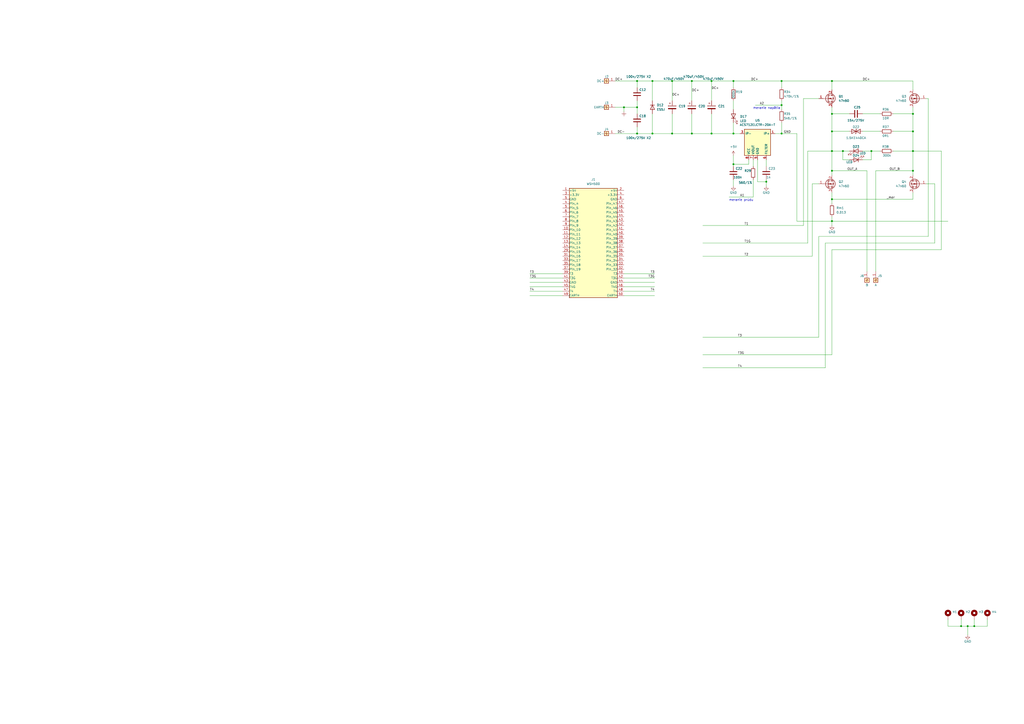
<source format=kicad_sch>
(kicad_sch (version 20250114) (generator "eeschema") (generator_version "9.0")
  (paper "A2")
  (lib_symbols
    (symbol "C_1" (pin_numbers (hide yes)) (pin_names (offset 0.254))
      (property "Reference" "C" (at 0.635 2.54 0))
      (property "Value" "C_1" (at 0.635 -2.54 0))
      (symbol "C_1_0_1"
        (polyline (pts (xy -2.032 0.762) (xy 2.032 0.762)) (stroke (width 0.508)))
        (polyline (pts (xy -2.032 -0.762) (xy 2.032 -0.762)) (stroke (width 0.508)))
      )
      (symbol "C_1_1_1"
        (pin passive line (at 0 3.81 270) (length 2.794) (name "~") (number "1"))
        (pin passive line (at 0 -3.81 90) (length 2.794) (name "~") (number "2"))
      )
    )
    (symbol "D_1" (pin_numbers (hide yes))
      (property "Reference" "D" (at 0 2.54 0))
      (property "Value" "D_1" (at 0 -2.54 0))
      (symbol "D_1_0_1"
        (polyline (pts (xy -1.27 1.27) (xy -1.27 -1.27)) (stroke (width 0.254)))
        (polyline (pts (xy 1.27 1.27) (xy 1.27 -1.27) (xy -1.27 0) (xy 1.27 1.27)) (stroke (width 0.254)))
        (polyline (pts (xy 1.27 0) (xy -1.27 0)))
      )
      (symbol "D_1_1_1"
        (pin passive line (at -3.81 0 0) (length 2.54) (name "") (number "1"))
        (pin passive line (at 3.81 0 180) (length 2.54) (name "") (number "2"))
      )
    )
    (symbol "Device:C" (pin_numbers (hide yes)) (pin_names (offset 0.254))
      (property "Reference" "C" (at 0.635 2.54 0))
      (property "Value" "C" (at 0.635 -2.54 0))
      (symbol "C_0_1"
        (polyline (pts (xy -2.032 0.762) (xy 2.032 0.762)) (stroke (width 0.508)))
        (polyline (pts (xy -2.032 -0.762) (xy 2.032 -0.762)) (stroke (width 0.508)))
      )
      (symbol "C_1_1"
        (pin passive line (at 0 3.81 270) (length 2.794) (name "~") (number "1"))
        (pin passive line (at 0 -3.81 90) (length 2.794) (name "~") (number "2"))
      )
    )
    (symbol "Device:R" (pin_numbers (hide yes)) (pin_names (offset 0))
      (property "Reference" "R" (at 2.032 0 90))
      (property "Value" "R" (at 0 0 90))
      (symbol "R_0_1"
        (rectangle (start -1.016 -2.54) (end 1.016 2.54) (stroke (width 0.254)))
      )
      (symbol "R_1_1"
        (pin passive line (at 0 3.81 270) (length 1.27) (name "~") (number "1"))
        (pin passive line (at 0 -3.81 90) (length 1.27) (name "~") (number "2"))
      )
    )
    (symbol "Diode:1.5KExxCA" (pin_numbers (hide yes)) (pin_names (offset 1.016) (hide yes))
      (property "Reference" "D" (at 0 2.54 0))
      (property "Value" "1.5KExxCA" (at 0 -2.54 0))
      (symbol "1.5KExxCA_0_1"
        (polyline (pts (xy -2.54 -1.27) (xy 0 0) (xy -2.54 1.27) (xy -2.54 -1.27)) (stroke (width 0.254)))
        (polyline (pts (xy 0.508 1.27) (xy 0 1.27) (xy 0 -1.27) (xy -0.508 -1.27)) (stroke (width 0.254)))
        (polyline (pts (xy 1.27 0) (xy -1.27 0)))
        (polyline (pts (xy 2.54 1.27) (xy 2.54 -1.27) (xy 0 0) (xy 2.54 1.27)) (stroke (width 0.254)))
      )
      (symbol "1.5KExxCA_1_1"
        (pin passive line (at -3.81 0 0) (length 2.54) (name "A1") (number "1"))
        (pin passive line (at 3.81 0 180) (length 2.54) (name "A2") (number "2"))
      )
    )
    (symbol "Mechanical:MountingHole_Pad" (pin_numbers (hide yes)) (pin_names (offset 1.016) (hide yes)) (in_bom no)
      (property "Reference" "H" (at 0 6.35 0))
      (property "Value" "MountingHole_Pad" (at 0 4.445 0))
      (symbol "MountingHole_Pad_0_1"
        (circle (center 0 1.27) (radius 1.27) (stroke (width 1.27)))
      )
      (symbol "MountingHole_Pad_1_1"
        (pin input line (at 0 -2.54 90) (length 2.54) (name "1") (number "1"))
      )
    )
    (symbol "R_1" (pin_numbers (hide yes)) (pin_names (offset 0))
      (property "Reference" "R" (at 2.032 0 90))
      (property "Value" "R_1" (at 0 0 90))
      (symbol "R_1_0_1"
        (rectangle (start -1.016 -2.54) (end 1.016 2.54) (stroke (width 0.254)))
      )
      (symbol "R_1_1_1"
        (pin passive line (at 0 3.81 270) (length 1.27) (name "~") (number "1"))
        (pin passive line (at 0 -3.81 90) (length 1.27) (name "~") (number "2"))
      )
    )
    (symbol "Transistor_FET:C2M0040120D" (pin_names (hide yes))
      (property "Reference" "Q" (at 5.08 1.905 0))
      (property "Value" "C2M0040120D" (at 5.08 0 0))
      (symbol "C2M0040120D_0_1"
        (polyline (pts (xy 0.254 1.905) (xy 0.254 -1.905)) (stroke (width 0.254)))
        (polyline (pts (xy 0.254 0) (xy -2.54 0)))
        (polyline (pts (xy 0.762 2.286) (xy 0.762 1.27)) (stroke (width 0.254)))
        (polyline (pts (xy 0.762 0.508) (xy 0.762 -0.508)) (stroke (width 0.254)))
        (polyline (pts (xy 0.762 -1.27) (xy 0.762 -2.286)) (stroke (width 0.254)))
        (polyline (pts (xy 0.762 -1.778) (xy 3.302 -1.778) (xy 3.302 1.778) (xy 0.762 1.778)))
        (polyline (pts (xy 1.016 0) (xy 2.032 0.381) (xy 2.032 -0.381) (xy 1.016 0)) (fill (type outline)))
        (circle (center 1.651 0) (radius 2.794) (stroke (width 0.254)))
        (polyline (pts (xy 2.54 2.54) (xy 2.54 1.778)))
        (circle (center 2.54 1.778) (radius 0.254) (fill (type outline)))
        (circle (center 2.54 -1.778) (radius 0.254) (fill (type outline)))
        (polyline (pts (xy 2.54 -2.54) (xy 2.54 0) (xy 0.762 0)))
        (polyline (pts (xy 2.794 0.508) (xy 2.921 0.381) (xy 3.683 0.381) (xy 3.81 0.254)))
        (polyline (pts (xy 3.302 0.381) (xy 2.921 -0.254) (xy 3.683 -0.254) (xy 3.302 0.381)))
      )
      (symbol "C2M0040120D_1_1"
        (pin input line (at -5.08 0 0) (length 2.54) (name "G") (number "1"))
        (pin passive line (at 2.54 5.08 270) (length 2.54) (name "D") (number "2"))
        (pin passive line (at 2.54 -5.08 90) (length 2.54) (name "S") (number "3"))
      )
    )
    (symbol "fabrika_lib:7796_KEYSTONE" (pin_names (offset 1.016) (hide yes))
      (property "Reference" "J" (at 0 2.54 0))
      (property "Value" "7796_KEYSTONE" (at 0 -2.54 0))
      (property "TME" "KEYS7796" (at 0 0 0))
      (symbol "7796_KEYSTONE_1_1"
        (rectangle (start -1.27 1.27) (end 1.27 -1.27) (stroke (width 0.254)) (fill (type background)))
        (polyline (pts (xy -0.5334 0.3302) (xy 0.3302 -0.508)) (stroke (width 0.1524)))
        (polyline (pts (xy -0.3556 0.508) (xy 0.508 -0.3302)) (stroke (width 0.1524)))
        (circle (center 0 0) (radius 0.635) (stroke (width 0.1524)))
        (pin passive line (at -5.08 0 0) (length 3.81) (name "Pin_1") (number "1"))
      )
    )
    (symbol "fabrika_lib:ACS712"
      (property "Reference" "U" (at -6.35 8.89 0))
      (property "Value" "ACS712" (at 0 1.27 0))
      (symbol "ACS712_0_1"
        (rectangle (start -7.62 7.62) (end 7.62 -7.62) (stroke (width 0.254)) (fill (type background)))
      )
      (symbol "ACS712_1_1"
        (pin passive line (at -10.16 5.08 0) (length 2.54) (name "IP-") (number "3"))
        (pin passive line (at -10.16 5.08 0) (length 2.54) (hide yes) (name "IP-") (number "4"))
        (pin power_in line (at -5.08 -10.16 90) (length 2.54) (name "VCC") (number "8"))
        (pin output line (at -2.54 -10.16 90) (length 2.54) (name "VIOUT") (number "7"))
        (pin power_in line (at 0 -10.16 90) (length 2.54) (name "GND") (number "5"))
        (pin passive line (at 5.08 -10.16 90) (length 2.54) (name "FILTER") (number "6"))
        (pin passive line (at 10.16 5.08 180) (length 2.54) (name "IP+") (number "1"))
        (pin passive line (at 10.16 5.08 180) (length 2.54) (hide yes) (name "IP+") (number "2"))
      )
    )
    (symbol "fabrika_lib:C" (pin_numbers (hide yes)) (pin_names (offset 0.254))
      (property "Reference" "C" (at 0.635 2.54 0))
      (property "Value" "C" (at 0.635 -2.54 0))
      (symbol "C_0_1"
        (polyline (pts (xy -2.032 0.762) (xy 2.032 0.762)) (stroke (width 0.508)))
        (polyline (pts (xy -2.032 -0.762) (xy 2.032 -0.762)) (stroke (width 0.508)))
      )
      (symbol "C_1_1"
        (pin passive line (at 0 3.81 270) (length 2.794) (name "~") (number "1"))
        (pin passive line (at 0 -3.81 90) (length 2.794) (name "~") (number "2"))
      )
    )
    (symbol "fabrika_lib:LED" (pin_numbers (hide yes)) (pin_names (offset 1.016) (hide yes))
      (property "Reference" "D" (at 0 2.54 0))
      (property "Value" "LED" (at 0 -2.54 0))
      (symbol "LED_0_1"
        (polyline (pts (xy -3.048 -0.762) (xy -4.572 -2.286) (xy -3.81 -2.286) (xy -4.572 -2.286) (xy -4.572 -1.524)))
        (polyline (pts (xy -1.778 -0.762) (xy -3.302 -2.286) (xy -2.54 -2.286) (xy -3.302 -2.286) (xy -3.302 -1.524)))
        (polyline (pts (xy -1.27 0) (xy 1.27 0)))
        (polyline (pts (xy -1.27 -1.27) (xy -1.27 1.27)) (stroke (width 0.254)))
        (polyline (pts (xy 1.27 -1.27) (xy 1.27 1.27) (xy -1.27 0) (xy 1.27 -1.27)) (stroke (width 0.254)))
      )
      (symbol "LED_1_1"
        (pin passive line (at -3.81 0 0) (length 2.54) (name "K") (number "1"))
        (pin passive line (at 3.81 0 180) (length 2.54) (name "A") (number "2"))
      )
    )
    (symbol "fabrika_lib:R" (pin_numbers (hide yes)) (pin_names (offset 0))
      (property "Reference" "R" (at 2.032 0 90))
      (property "Value" "R" (at 0 0 90))
      (symbol "R_0_1"
        (rectangle (start -1.016 -2.54) (end 1.016 2.54) (stroke (width 0.254)))
      )
      (symbol "R_1_1"
        (pin passive line (at 0 3.81 270) (length 1.27) (name "~") (number "1"))
        (pin passive line (at 0 -3.81 90) (length 1.27) (name "~") (number "2"))
      )
    )
    (symbol "fabrika_lib:WE_861011486024" (pin_numbers (hide yes)) (pin_names (offset 0.254))
      (property "Reference" "C" (at 1.905 2.54 0))
      (property "Value" "470uF/450V" (at 1.905 -3.175 0))
      (symbol "WE_861011486024_0_1"
        (rectangle (start -2.286 0.508) (end 2.286 1.016))
        (polyline (pts (xy -1.778 2.286) (xy -0.762 2.286)))
        (polyline (pts (xy -1.27 2.794) (xy -1.27 1.778)))
        (rectangle (start 2.286 -0.508) (end -2.286 -1.016) (fill (type outline)))
      )
      (symbol "WE_861011486024_1_1"
        (pin passive line (at 0 3.81 270) (length 2.794) (name "~") (number "1"))
        (pin passive line (at 0 -3.81 90) (length 2.794) (name "~") (number "2"))
      )
    )
    (symbol "power:+5V" (power) (pin_names (offset 0))
      (property "Value" "+5V" (at 0 3.556 0))
      (symbol "+5V_0_1"
        (polyline (pts (xy -0.762 1.27) (xy 0 2.54)))
        (polyline (pts (xy 0 2.54) (xy 0.762 1.27)))
        (polyline (pts (xy 0 0) (xy 0 2.54)))
      )
      (symbol "+5V_1_1"
        (pin power_in line (at 0 0 90) (length 0) (hide yes) (name "+5V") (number "1"))
      )
    )
    (symbol "power:Earth" (power) (pin_names (offset 0))
      (symbol "Earth_0_1"
        (polyline (pts (xy -0.635 -1.905) (xy 0.635 -1.905)))
        (polyline (pts (xy -0.127 -2.54) (xy 0.127 -2.54)))
        (polyline (pts (xy 0 -1.27) (xy 0 0)))
        (polyline (pts (xy 1.27 -1.27) (xy -1.27 -1.27)))
      )
      (symbol "Earth_1_1"
        (pin power_in line (at 0 0 270) (length 0) (hide yes) (name "Earth") (number "1"))
      )
    )
    (symbol "power:GND" (power) (pin_names (offset 0))
      (property "Value" "GND" (at 0 -3.81 0))
      (symbol "GND_0_1"
        (polyline (pts (xy 0 0) (xy 0 -1.27) (xy 1.27 -1.27) (xy 0 -2.54) (xy -1.27 -1.27) (xy 0 -1.27)))
      )
      (symbol "GND_1_1"
        (pin power_in line (at 0 0 270) (length 0) (hide yes) (name "GND") (number "1"))
      )
    )
    (symbol "zvt:WSH500" (pin_names (offset 0.0254))
      (property "Reference" "J" (at 0 33.02 0))
      (property "Value" "WSH500" (at 1.27 -33.02 0))
      (symbol "WSH500_1_1"
        (rectangle (start -12.7 31.75) (end 15.24 -31.75) (stroke (width 0.254)) (fill (type background)))
        (pin power_in line (at -16.51 30.48 0) (length 3.81) (name "+5V") (number "1"))
        (pin power_out line (at -16.51 27.94 0) (length 3.81) (name "+3.3V") (number "3"))
        (pin power_in line (at -16.51 25.4 0) (length 3.81) (name "GND") (number "5"))
        (pin passive line (at -16.51 22.86 0) (length 3.81) (name "Pin_4") (number "4"))
        (pin passive line (at -16.51 20.32 0) (length 3.81) (name "Pin_5") (number "5"))
        (pin passive line (at -16.51 17.78 0) (length 3.81) (name "Pin_6") (number "6"))
        (pin passive line (at -16.51 15.24 0) (length 3.81) (name "Pin_7") (number "7"))
        (pin passive line (at -16.51 12.7 0) (length 3.81) (name "Pin_8") (number "8"))
        (pin passive line (at -16.51 10.16 0) (length 3.81) (name "Pin_9") (number "9"))
        (pin passive line (at -16.51 7.62 0) (length 3.81) (name "Pin_10") (number "10"))
        (pin passive line (at -16.51 5.08 0) (length 3.81) (name "Pin_11") (number "11"))
        (pin passive line (at -16.51 2.54 0) (length 3.81) (name "Pin_12") (number "12"))
        (pin passive line (at -16.51 0 0) (length 3.81) (name "Pin_13") (number "13"))
        (pin passive line (at -16.51 -2.54 0) (length 3.81) (name "Pin_14") (number "14"))
        (pin passive line (at -16.51 -5.08 0) (length 3.81) (name "Pin_15") (number "29"))
        (pin passive line (at -16.51 -7.62 0) (length 3.81) (name "Pin_16") (number "31"))
        (pin passive line (at -16.51 -10.16 0) (length 3.81) (name "Pin_17") (number "33"))
        (pin passive line (at -16.51 -12.7 0) (length 3.81) (name "Pin_18") (number "35"))
        (pin passive line (at -16.51 -15.24 0) (length 3.81) (name "Pin_19") (number "37"))
        (pin passive line (at -16.51 -17.78 0) (length 3.81) (name "T3") (number "39"))
        (pin output line (at -16.51 -20.32 0) (length 3.81) (name "T3G") (number "41"))
        (pin power_in line (at -16.51 -22.86 0) (length 3.81) (name "GND") (number "43"))
        (pin output line (at -16.51 -25.4 0) (length 3.81) (name "T4G") (number "45"))
        (pin output line (at -16.51 -27.94 0) (length 3.81) (name "T4") (number "47"))
        (pin passive line (at -16.51 -30.48 0) (length 3.81) (name "EARTH") (number "49"))
        (pin power_in line (at 19.05 30.48 180) (length 3.81) (name "+5V") (number "2"))
        (pin passive line (at 19.05 27.94 180) (length 3.81) (name "+3.3V") (number "4"))
        (pin power_in line (at 19.05 25.4 180) (length 3.81) (name "GND") (number "6"))
        (pin passive line (at 19.05 22.86 180) (length 3.81) (name "Pin_47") (number "47"))
        (pin passive line (at 19.05 20.32 180) (length 3.81) (name "Pin_46") (number "46"))
        (pin passive line (at 19.05 17.78 180) (length 3.81) (name "Pin_45") (number "45"))
        (pin passive line (at 19.05 15.24 180) (length 3.81) (name "Pin_44") (number "44"))
        (pin passive line (at 19.05 12.7 180) (length 3.81) (name "Pin_43") (number "43"))
        (pin passive line (at 19.05 10.16 180) (length 3.81) (name "Pin_42") (number "42"))
        (pin passive line (at 19.05 7.62 180) (length 3.81) (name "Pin_41") (number "41"))
        (pin passive line (at 19.05 5.08 180) (length 3.81) (name "Pin_40") (number "40"))
        (pin passive line (at 19.05 2.54 180) (length 3.81) (name "Pin_39") (number "39"))
        (pin passive line (at 19.05 0 180) (length 3.81) (name "Pin_38") (number "38"))
        (pin passive line (at 19.05 -2.54 180) (length 3.81) (name "Pin_37") (number "37"))
        (pin passive line (at 19.05 -5.08 180) (length 3.81) (name "Pin_36") (number "36"))
        (pin passive line (at 19.05 -7.62 180) (length 3.81) (name "Pin_35") (number "35"))
        (pin passive line (at 19.05 -10.16 180) (length 3.81) (name "Pin_34") (number "34"))
        (pin passive line (at 19.05 -12.7 180) (length 3.81) (name "Pin_33") (number "33"))
        (pin passive line (at 19.05 -15.24 180) (length 3.81) (name "Pin_32") (number "32"))
        (pin passive line (at 19.05 -17.78 180) (length 3.81) (name "T3") (number "40"))
        (pin passive line (at 19.05 -20.32 180) (length 3.81) (name "T3G") (number "42"))
        (pin passive line (at 19.05 -22.86 180) (length 3.81) (name "GND") (number "44"))
        (pin passive line (at 19.05 -25.4 180) (length 3.81) (name "T4G") (number "46"))
        (pin output line (at 19.05 -27.94 180) (length 3.81) (name "T4") (number "48"))
        (pin passive line (at 19.05 -30.48 180) (length 3.81) (name "EARTH") (number "50"))
      )
    )
  )
  (text "meranie napätia" (at 436.88 63.5 0) (effects (font (size 1.27 1.27)) (justify left bottom)))
  (text "meranie prúdu" (at 422.91 116.84 0) (effects (font (size 1.27 1.27)) (justify left bottom)))
  (junction (at 425.45 46.99))
  (junction (at 412.75 46.99))
  (junction (at 488.95 87.63))
  (junction (at 425.45 95.25))
  (junction (at 444.5 105.41))
  (junction (at 453.39 77.47))
  (junction (at 453.39 60.96))
  (junction (at 565.15 363.22))
  (junction (at 529.59 76.2))
  (junction (at 482.6 76.2))
  (junction (at 369.57 77.47))
  (junction (at 378.46 77.47))
  (junction (at 425.45 77.47))
  (junction (at 389.89 77.47))
  (junction (at 529.59 99.06))
  (junction (at 561.34 363.22))
  (junction (at 505.46 87.63))
  (junction (at 529.59 87.63))
  (junction (at 361.95 62.23))
  (junction (at 401.32 46.99))
  (junction (at 369.57 62.23))
  (junction (at 482.6 66.04))
  (junction (at 369.57 46.99))
  (junction (at 482.6 115.57))
  (junction (at 482.6 46.99))
  (junction (at 389.89 46.99))
  (junction (at 529.59 66.04))
  (junction (at 482.6 128.27))
  (junction (at 453.39 46.99))
  (junction (at 482.6 87.63))
  (junction (at 482.6 99.06))
  (junction (at 557.53 363.22))
  (junction (at 412.75 77.47))
  (junction (at 401.32 77.47))
  (junction (at 378.46 46.99))
  (wire (pts (xy 439.42 105.41) (xy 444.5 105.41)))
  (wire (pts (xy 369.57 62.23) (xy 369.57 66.04)))
  (wire (pts (xy 529.59 111.76) (xy 529.59 115.57)))
  (wire (pts (xy 378.46 46.99) (xy 378.46 58.42)))
  (wire (pts (xy 468.63 87.63) (xy 482.6 87.63)))
  (wire (pts (xy 508 99.06) (xy 529.59 99.06)))
  (wire (pts (xy 505.46 87.63) (xy 505.46 92.71)))
  (wire (pts (xy 482.6 99.06) (xy 502.92 99.06)))
  (wire (pts (xy 453.39 77.47) (xy 462.28 77.47)))
  (wire (pts (xy 389.89 66.04) (xy 389.89 77.47)))
  (wire (pts (xy 425.45 46.99) (xy 453.39 46.99)))
  (wire (pts (xy 361.95 62.23) (xy 369.57 62.23)))
  (wire (pts (xy 356.87 77.47) (xy 369.57 77.47)))
  (wire (pts (xy 518.16 76.2) (xy 529.59 76.2)))
  (wire (pts (xy 466.09 130.81) (xy 466.09 57.15)))
  (wire (pts (xy 422.91 114.3) (xy 436.88 114.3)))
  (wire (pts (xy 438.15 60.96) (xy 453.39 60.96)))
  (wire (pts (xy 356.87 46.99) (xy 369.57 46.99)))
  (wire (pts (xy 378.46 77.47) (xy 378.46 66.04)))
  (wire (pts (xy 389.89 46.99) (xy 401.32 46.99)))
  (wire (pts (xy 412.75 46.99) (xy 412.75 58.42)))
  (wire (pts (xy 444.5 104.14) (xy 444.5 105.41)))
  (wire (pts (xy 529.59 87.63) (xy 529.59 99.06)))
  (wire (pts (xy 425.45 46.99) (xy 425.45 50.8)))
  (wire (pts (xy 412.75 46.99) (xy 425.45 46.99)))
  (wire (pts (xy 557.53 363.22) (xy 561.34 363.22)))
  (wire (pts (xy 474.98 137.16) (xy 538.48 137.16)))
  (wire (pts (xy 546.1 87.63) (xy 529.59 87.63)))
  (wire (pts (xy 453.39 46.99) (xy 453.39 50.8)))
  (wire (pts (xy 425.45 95.25) (xy 425.45 96.52)))
  (wire (pts (xy 407.67 195.58) (xy 474.98 195.58)))
  (wire (pts (xy 361.95 62.23) (xy 361.95 64.77)))
  (wire (pts (xy 482.6 128.27) (xy 482.6 130.81)))
  (wire (pts (xy 529.59 46.99) (xy 529.59 52.07)))
  (wire (pts (xy 518.16 66.04) (xy 529.59 66.04)))
  (wire (pts (xy 401.32 46.99) (xy 401.32 58.42)))
  (wire (pts (xy 492.76 92.71) (xy 488.95 92.71)))
  (wire (pts (xy 389.89 46.99) (xy 389.89 58.42)))
  (wire (pts (xy 565.15 363.22) (xy 572.77 363.22)))
  (wire (pts (xy 546.1 144.78) (xy 546.1 87.63)))
  (wire (pts (xy 307.34 161.29) (xy 326.39 161.29)))
  (wire (pts (xy 425.45 77.47) (xy 429.26 77.47)))
  (wire (pts (xy 425.45 71.12) (xy 425.45 77.47)))
  (wire (pts (xy 412.75 77.47) (xy 401.32 77.47)))
  (wire (pts (xy 361.95 158.75) (xy 379.73 158.75)))
  (wire (pts (xy 529.59 66.04) (xy 529.59 76.2)))
  (wire (pts (xy 444.5 92.71) (xy 444.5 96.52)))
  (wire (pts (xy 482.6 99.06) (xy 482.6 101.6)))
  (wire (pts (xy 356.87 62.23) (xy 361.95 62.23)))
  (wire (pts (xy 482.6 125.73) (xy 482.6 128.27)))
  (wire (pts (xy 436.88 104.14) (xy 436.88 114.3)))
  (wire (pts (xy 369.57 46.99) (xy 369.57 50.8)))
  (wire (pts (xy 482.6 87.63) (xy 482.6 99.06)))
  (wire (pts (xy 482.6 76.2) (xy 492.76 76.2)))
  (wire (pts (xy 508 157.48) (xy 508 99.06)))
  (wire (pts (xy 542.29 106.68) (xy 537.21 106.68)))
  (wire (pts (xy 500.38 92.71) (xy 505.46 92.71)))
  (wire (pts (xy 307.34 163.83) (xy 326.39 163.83)))
  (wire (pts (xy 529.59 62.23) (xy 529.59 66.04)))
  (wire (pts (xy 434.34 92.71) (xy 434.34 95.25)))
  (wire (pts (xy 561.34 363.22) (xy 565.15 363.22)))
  (wire (pts (xy 453.39 46.99) (xy 482.6 46.99)))
  (wire (pts (xy 482.6 115.57) (xy 529.59 115.57)))
  (wire (pts (xy 307.34 166.37) (xy 326.39 166.37)))
  (wire (pts (xy 482.6 128.27) (xy 549.91 128.27)))
  (wire (pts (xy 474.98 195.58) (xy 474.98 137.16)))
  (wire (pts (xy 401.32 46.99) (xy 412.75 46.99)))
  (wire (pts (xy 478.79 213.36) (xy 478.79 140.97)))
  (wire (pts (xy 361.95 161.29) (xy 379.73 161.29)))
  (wire (pts (xy 462.28 128.27) (xy 482.6 128.27)))
  (wire (pts (xy 361.95 171.45) (xy 379.73 171.45)))
  (wire (pts (xy 449.58 77.47) (xy 453.39 77.47)))
  (wire (pts (xy 518.16 87.63) (xy 529.59 87.63)))
  (wire (pts (xy 529.59 99.06) (xy 529.59 101.6)))
  (wire (pts (xy 488.95 87.63) (xy 492.76 87.63)))
  (wire (pts (xy 557.53 359.41) (xy 557.53 363.22)))
  (wire (pts (xy 369.57 58.42) (xy 369.57 62.23)))
  (wire (pts (xy 468.63 140.97) (xy 468.63 87.63)))
  (wire (pts (xy 505.46 87.63) (xy 510.54 87.63)))
  (wire (pts (xy 478.79 140.97) (xy 542.29 140.97)))
  (wire (pts (xy 482.6 87.63) (xy 488.95 87.63)))
  (wire (pts (xy 471.17 106.68) (xy 474.98 106.68)))
  (wire (pts (xy 307.34 158.75) (xy 326.39 158.75)))
  (wire (pts (xy 361.95 163.83) (xy 379.73 163.83)))
  (wire (pts (xy 434.34 95.25) (xy 425.45 95.25)))
  (wire (pts (xy 369.57 46.99) (xy 378.46 46.99)))
  (wire (pts (xy 482.6 115.57) (xy 482.6 118.11)))
  (wire (pts (xy 401.32 77.47) (xy 389.89 77.47)))
  (wire (pts (xy 500.38 76.2) (xy 510.54 76.2)))
  (wire (pts (xy 500.38 87.63) (xy 505.46 87.63)))
  (wire (pts (xy 482.6 62.23) (xy 482.6 66.04)))
  (wire (pts (xy 369.57 73.66) (xy 369.57 77.47)))
  (wire (pts (xy 412.75 66.04) (xy 412.75 77.47)))
  (wire (pts (xy 425.45 90.17) (xy 425.45 95.25)))
  (wire (pts (xy 482.6 66.04) (xy 482.6 76.2)))
  (wire (pts (xy 407.67 205.74) (xy 482.6 205.74)))
  (wire (pts (xy 482.6 46.99) (xy 529.59 46.99)))
  (wire (pts (xy 453.39 77.47) (xy 453.39 71.12)))
  (wire (pts (xy 453.39 60.96) (xy 453.39 63.5)))
  (wire (pts (xy 538.48 137.16) (xy 538.48 57.15)))
  (wire (pts (xy 378.46 46.99) (xy 389.89 46.99)))
  (wire (pts (xy 500.38 66.04) (xy 510.54 66.04)))
  (wire (pts (xy 482.6 76.2) (xy 482.6 87.63)))
  (wire (pts (xy 482.6 66.04) (xy 492.76 66.04)))
  (wire (pts (xy 425.45 104.14) (xy 425.45 107.95)))
  (wire (pts (xy 529.59 76.2) (xy 529.59 87.63)))
  (wire (pts (xy 538.48 57.15) (xy 537.21 57.15)))
  (wire (pts (xy 482.6 205.74) (xy 482.6 144.78)))
  (wire (pts (xy 412.75 77.47) (xy 425.45 77.47)))
  (wire (pts (xy 549.91 363.22) (xy 557.53 363.22)))
  (wire (pts (xy 407.67 140.97) (xy 468.63 140.97)))
  (wire (pts (xy 307.34 171.45) (xy 326.39 171.45)))
  (wire (pts (xy 462.28 77.47) (xy 462.28 128.27)))
  (wire (pts (xy 488.95 92.71) (xy 488.95 87.63)))
  (wire (pts (xy 307.34 168.91) (xy 326.39 168.91)))
  (wire (pts (xy 361.95 168.91) (xy 379.73 168.91)))
  (wire (pts (xy 378.46 77.47) (xy 389.89 77.47)))
  (wire (pts (xy 361.95 166.37) (xy 379.73 166.37)))
  (wire (pts (xy 439.42 92.71) (xy 439.42 105.41)))
  (wire (pts (xy 407.67 213.36) (xy 478.79 213.36)))
  (wire (pts (xy 471.17 148.59) (xy 471.17 106.68)))
  (wire (pts (xy 466.09 57.15) (xy 474.98 57.15)))
  (wire (pts (xy 482.6 144.78) (xy 546.1 144.78)))
  (wire (pts (xy 425.45 58.42) (xy 425.45 63.5)))
  (wire (pts (xy 561.34 363.22) (xy 561.34 368.3)))
  (wire (pts (xy 572.77 363.22) (xy 572.77 359.41)))
  (wire (pts (xy 482.6 46.99) (xy 482.6 52.07)))
  (wire (pts (xy 444.5 105.41) (xy 444.5 107.95)))
  (wire (pts (xy 407.67 130.81) (xy 466.09 130.81)))
  (wire (pts (xy 542.29 140.97) (xy 542.29 106.68)))
  (wire (pts (xy 401.32 66.04) (xy 401.32 77.47)))
  (wire (pts (xy 436.88 92.71) (xy 436.88 96.52)))
  (wire (pts (xy 453.39 58.42) (xy 453.39 60.96)))
  (wire (pts (xy 565.15 359.41) (xy 565.15 363.22)))
  (wire (pts (xy 407.67 148.59) (xy 471.17 148.59)))
  (wire (pts (xy 369.57 77.47) (xy 378.46 77.47)))
  (wire (pts (xy 502.92 157.48) (xy 502.92 99.06)))
  (wire (pts (xy 549.91 359.41) (xy 549.91 363.22)))
  (wire (pts (xy 482.6 111.76) (xy 482.6 115.57)))
  (label "T4" (at 379.73 168.91 180))
  (label "T3" (at 427.99 195.58 0))
  (label "DC+" (at 389.89 55.88 0))
  (label "T3" (at 307.34 158.75 0))
  (label "T3" (at 379.73 158.75 180))
  (label "T3G" (at 307.34 161.29 0))
  (label "GND" (at 454.66 77.47 0))
  (label "T1G" (at 431.8 140.97 0))
  (label "T4" (at 427.99 213.36 0))
  (label "DC+" (at 401.32 53.34 0))
  (label "DC+" (at 356.87 46.99 0))
  (label "OUT_B" (at 521.97 99.06 180))
  (label "DC+" (at 412.75 52.07 0))
  (label "T3G" (at 379.73 161.29 180))
  (label "OUT_A" (at 491.49 99.06 0))
  (label "T2" (at 431.8 148.59 0))
  (label "DC-" (at 358.14 77.47 0))
  (label "T4" (at 307.34 168.91 0))
  (label "A1" (at 429.26 114.3 0))
  (label "DC+" (at 500.38 46.99 0))
  (label "T1" (at 431.8 130.81 0))
  (label "DC+" (at 435.61 46.99 0))
  (label "T3G" (at 427.99 205.74 0))
  (label "_mer" (at 514.35 115.57 0))
  (label "A2" (at 440.69 60.96 0))
  (symbol (lib_id "fabrika_lib:LED") (at 496.57 87.63 0) (unit 1)
    (property "Reference" "D23" (at 496.57 85.09 0))
    (property "Value" "LED" (at 500.38 88.9 0))
    (property "Footprint" "LED_SMD:LED_0805_2012Metric" (effects (hide yes)))
    (property "LSCS" "C188728" (effects (hide yes)))
    (property "TME" "HSMG-C170" (effects (hide yes)))
  )
  (symbol (lib_name "D_1") (lib_id "fabrika_lib:D") (at 378.46 62.23 270) (unit 1)
    (property "Reference" "D12" (at 381 60.9599 90) (effects (justify left)))
    (property "Value" "ES5J" (at 381 63.4999 90) (effects (justify left)))
    (property "Footprint" "Diode_SMD:D_SMB" (effects (hide yes)))
    (property "LSCS" "C571358" (effects (hide yes)))
  )
  (symbol (lib_id "power:GND") (at 561.34 368.3 0) (unit 1)
    (property "Reference" "#PWR04" (effects (hide yes)))
    (property "Value" "GND" (at 561.34 372.11 0))
    (property "Description" "Power symbol creates a global label with name \"GND\" , ground" (effects (hide yes)))
  )
  (symbol (lib_id "Transistor_FET:C2M0040120D") (at 480.06 106.68 0) (unit 1)
    (property "Reference" "Q2" (at 486.41 105.4099 0) (effects (justify left)))
    (property "Value" "47n60" (at 486.41 107.9499 0) (effects (justify left)))
    (property "Footprint" "fab_T:TO-247-3_Horizontal_TabDown_Cut" (effects (hide yes)))
  )
  (symbol (lib_id "power:GND") (at 425.45 107.95 0) (unit 1)
    (property "Reference" "#PWR014" (effects (hide yes)))
    (property "Value" "GND" (at 425.45 111.76 0))
  )
  (symbol (lib_id "Transistor_FET:C2M0040120D") (at 480.06 57.15 0) (unit 1)
    (property "Reference" "Q1" (at 486.41 55.8799 0) (effects (justify left)))
    (property "Value" "47n60" (at 486.41 58.4199 0) (effects (justify left)))
    (property "Footprint" "fab_T:TO-247-3_Horizontal_TabDown_Cut" (effects (hide yes)))
  )
  (symbol (lib_name "R_1") (lib_id "fabrika_lib:R") (at 482.6 121.92 0) (unit 1)
    (property "Reference" "Rm1" (at 485.14 120.6499 0) (effects (justify left)))
    (property "Value" "0,013" (at 485.14 123.1899 0) (effects (justify left)))
    (property "Footprint" "Resistor_SMD:R_2816_7142Metric" (effects (hide yes)))
  )
  (symbol (lib_id "fabrika_lib:R") (at 514.35 87.63 270) (unit 1)
    (property "Reference" "R38" (at 515.62 85.09 90) (effects (justify right)))
    (property "Value" "300k" (at 516.89 90.17 90) (effects (justify right)))
    (property "Footprint" "Resistor_SMD:R_0805_2012Metric" (effects (hide yes)))
  )
  (symbol (lib_id "fabrika_lib:R") (at 453.39 67.31 180) (unit 1)
    (property "Reference" "R35" (at 454.66 66.04 0) (effects (justify right)))
    (property "Value" "5k6/1%" (at 454.66 68.58 0) (effects (justify right)))
    (property "Footprint" "Resistor_SMD:R_0805_2012Metric" (effects (hide yes)))
  )
  (symbol (lib_id "fabrika_lib:R") (at 425.45 54.61 180) (unit 1)
    (property "Reference" "R19" (at 426.72 53.34 0) (effects (justify right)))
    (property "Value" "300k" (at 425.45 57.15 90) (effects (justify right)))
    (property "Footprint" "Resistor_SMD:R_0805_2012Metric" (effects (hide yes)))
  )
  (symbol (lib_id "power:GND") (at 444.5 107.95 0) (unit 1)
    (property "Reference" "#PWR043" (effects (hide yes)))
    (property "Value" "GND" (at 444.5 111.76 0))
  )
  (symbol (lib_id "zvt:WSH500") (at 342.9 140.97 0) (unit 1)
    (property "Reference" "J1" (at 344.17 104.14 0))
    (property "Value" "WSH500" (at 344.17 106.68 0))
    (property "Footprint" "zvt:WSH500" (effects (hide yes)))
    (property "Description" "Generic connectable mounting pin connector, double row, 02x25, counter clockwise pin numbering scheme (similar to DIP package numbering), script generated (kicad-library-utils/schlib/autogen/connector/)" (effects (hide yes)))
  )
  (symbol (lib_id "fabrika_lib:7796_KEYSTONE") (at 351.79 77.47 180) (unit 1)
    (property "Reference" "J4" (at 353.06 74.93 0) (effects (justify left)))
    (property "Value" "DC-" (at 350.52 77.47 0) (effects (justify left)))
    (property "Footprint" "fabrika_lib:KEYS_7796" (effects (hide yes)))
    (property "TME" "KEYS7796" (effects (hide yes)))
  )
  (symbol (lib_id "fabrika_lib:WE_861011486024") (at 389.89 62.23 0) (unit 1)
    (property "Reference" "C19" (at 393.7 61.595 0) (effects (justify left)))
    (property "Value" "470uF/450V" (at 384.81 45.72 0) (effects (justify left)))
    (property "Footprint" "fabrika_lib:WE_861011486024" (effects (hide yes)))
    (property "Datasheet" "https://www.we-online.com/components/products/datasheet/861011486024.pdf" (effects (hide yes)))
    (property "Napätie" "450V (DC)" (effects (hide yes)))
    (property "WE" "861011486024" (effects (hide yes)))
  )
  (symbol (lib_id "Device:C") (at 496.57 66.04 90) (unit 1)
    (property "Reference" "C25" (at 495.2999 62.23 90) (effects (justify right)))
    (property "Value" "15n/275V" (at 491.49 69.85 90) (effects (justify right)))
  )
  (symbol (lib_id "Mechanical:MountingHole_Pad") (at 572.77 356.87 0) (unit 1) (in_bom no)
    (property "Reference" "H4" (at 575.31 354.965 0) (effects (justify left)))
    (property "Value" "3,2" (effects (hide yes)))
    (property "Footprint" "MountingHole:MountingHole_3.2mm_M3_Pad_Via" (effects (hide yes)))
    (property "Description" "Mounting Hole with connection" (effects (hide yes)))
  )
  (symbol (lib_id "power:Earth") (at 361.95 64.77 0) (unit 1)
    (property "Reference" "#PWR0113" (effects (hide yes)))
    (property "Value" "Earth" (effects (hide yes)))
  )
  (symbol (lib_id "Mechanical:MountingHole_Pad") (at 557.53 356.87 0) (unit 1) (in_bom no)
    (property "Reference" "H2" (at 560.07 354.965 0) (effects (justify left)))
    (property "Value" "3,2" (effects (hide yes)))
    (property "Footprint" "MountingHole:MountingHole_3.2mm_M3_Pad_Via" (effects (hide yes)))
    (property "Description" "Mounting Hole with connection" (effects (hide yes)))
  )
  (symbol (lib_id "fabrika_lib:LED") (at 425.45 67.31 90) (unit 1)
    (property "Reference" "D17" (at 429.26 67.6274 90) (effects (justify right)))
    (property "Value" "LED" (at 429.26 70.1674 90) (effects (justify right)))
    (property "Footprint" "LED_SMD:LED_0805_2012Metric" (effects (hide yes)))
    (property "LSCS" "C188728" (effects (hide yes)))
    (property "TME" "HSMG-C170" (effects (hide yes)))
  )
  (symbol (lib_id "fabrika_lib:R") (at 436.88 100.33 180) (unit 1)
    (property "Reference" "R29" (at 431.8 99.06 0) (effects (justify right)))
    (property "Value" "560/1%" (at 428.498 105.918 0) (effects (justify right)))
    (property "Footprint" "Resistor_SMD:R_0805_2012Metric" (effects (hide yes)))
  )
  (symbol (lib_id "fabrika_lib:ACS712") (at 439.42 82.55 0) (unit 1)
    (property "Reference" "U5" (at 439.42 69.85 0))
    (property "Value" "ACS712ELCTR-20A-T" (at 439.42 72.39 0))
    (property "Footprint" "Package_SO:SOIC-8_3.9x4.9mm_P1.27mm" (effects (hide yes)))
    (property "Datasheet" "http://www.allegromicro.com/~/media/Files/Datasheets/ACS712-Datasheet.ashx?la=en" (effects (hide yes)))
    (property "LSCS" "C10681" (effects (hide yes)))
    (property "TME" "ACS712ELCTR20AT" (effects (hide yes)))
  )
  (symbol (lib_id "Transistor_FET:C2M0040120D") (at 532.13 57.15 0) (mirror y) (unit 1)
    (property "Reference" "Q3" (at 525.78 55.8799 0) (effects (justify left)))
    (property "Value" "47n60" (at 525.78 58.4199 0) (effects (justify left)))
    (property "Footprint" "fab_T:TO-247-3_Horizontal_TabDown_Cut" (effects (hide yes)))
  )
  (symbol (lib_id "fabrika_lib:R") (at 453.39 54.61 180) (unit 1)
    (property "Reference" "R34" (at 454.66 53.34 0) (effects (justify right)))
    (property "Value" "470k/1%" (at 454.66 55.88 0) (effects (justify right)))
    (property "Footprint" "Resistor_SMD:R_0805_2012Metric" (effects (hide yes)))
  )
  (symbol (lib_id "Transistor_FET:C2M0040120D") (at 532.13 106.68 0) (mirror y) (unit 1)
    (property "Reference" "Q4" (at 525.78 105.4099 0) (effects (justify left)))
    (property "Value" "47n60" (at 525.78 107.9499 0) (effects (justify left)))
    (property "Footprint" "fab_T:TO-247-3_Horizontal_TabDown_Cut" (effects (hide yes)))
  )
  (symbol (lib_id "Mechanical:MountingHole_Pad") (at 549.91 356.87 0) (unit 1) (in_bom no)
    (property "Reference" "H1" (at 552.45 354.965 0) (effects (justify left)))
    (property "Value" "3,2" (effects (hide yes)))
    (property "Footprint" "MountingHole:MountingHole_3.2mm_M3_Pad_Via" (effects (hide yes)))
    (property "Description" "Mounting Hole with connection" (effects (hide yes)))
  )
  (symbol (lib_id "fabrika_lib:LED") (at 496.57 92.71 180) (unit 1)
    (property "Reference" "D24" (at 496.57 90.17 0))
    (property "Value" "LED" (at 492.76 93.98 0))
    (property "Footprint" "LED_SMD:LED_0805_2012Metric" (effects (hide yes)))
    (property "LSCS" "C188728" (effects (hide yes)))
    (property "TME" "HSMG-C170" (effects (hide yes)))
  )
  (symbol (lib_id "Diode:1.5KExxCA") (at 496.57 76.2 0) (unit 1)
    (property "Reference" "D22" (at 496.57 73.66 0))
    (property "Value" "1.5KE440CA" (at 496.57 80.01 0))
    (property "Footprint" "Diode_THT:D_DO-201AE_P15.24mm_Horizontal" (effects (hide yes)))
    (property "Datasheet" "https://www.vishay.com/docs/88301/15ke.pdf" (effects (hide yes)))
  )
  (symbol (lib_id "fabrika_lib:7796_KEYSTONE") (at 502.92 162.56 270) (unit 1)
    (property "Reference" "J6" (at 498.856 160.02 90) (effects (justify left)))
    (property "Value" "B" (at 502.92 165.354 90))
    (property "Footprint" "fabrika_lib:KEYS_7796" (effects (hide yes)))
    (property "TME" "KEYS7796" (effects (hide yes)))
  )
  (symbol (lib_id "fabrika_lib:7796_KEYSTONE") (at 508 162.56 270) (unit 1)
    (property "Reference" "J5" (at 509.27 160.02 90) (effects (justify left)))
    (property "Value" "A" (at 508 165.354 90))
    (property "Footprint" "fabrika_lib:KEYS_7796" (effects (hide yes)))
    (property "TME" "KEYS7796" (effects (hide yes)))
  )
  (symbol (lib_id "Device:R") (at 514.35 76.2 90) (unit 1)
    (property "Reference" "R37" (at 511.81 73.66 90) (effects (justify right)))
    (property "Value" "0R1" (at 511.81 78.74 90) (effects (justify right)))
  )
  (symbol (lib_id "power:GND") (at 482.6 130.81 0) (unit 1)
    (property "Reference" "#PWR0110" (effects (hide yes)))
    (property "Value" "GND" (at 482.6 134.62 0))
  )
  (symbol (lib_id "fabrika_lib:WE_861011486024") (at 412.75 62.23 0) (unit 1)
    (property "Reference" "C21" (at 416.56 61.595 0) (effects (justify left)))
    (property "Value" "470uF/450V" (at 407.67 45.72 0) (effects (justify left)))
    (property "Footprint" "fabrika_lib:WE_861011486024" (effects (hide yes)))
    (property "Datasheet" "https://www.we-online.com/components/products/datasheet/861011486024.pdf" (effects (hide yes)))
    (property "Napätie" "450V (DC)" (effects (hide yes)))
    (property "WE" "861011486024" (effects (hide yes)))
  )
  (symbol (lib_id "fabrika_lib:C") (at 444.5 100.33 0) (unit 1)
    (property "Reference" "C23" (at 445.77 97.79 0) (effects (justify left)))
    (property "Value" "1n" (at 444.5 102.87 0) (effects (justify left)))
    (property "Footprint" "Capacitor_SMD:C_0805_2012Metric" (effects (hide yes)))
  )
  (symbol (lib_id "fabrika_lib:WE_861011486024") (at 401.32 62.23 0) (unit 1)
    (property "Reference" "C20" (at 405.13 61.595 0) (effects (justify left)))
    (property "Value" "470uF/450V" (at 396.24 44.45 0) (effects (justify left)))
    (property "Footprint" "fabrika_lib:WE_861011486024" (effects (hide yes)))
    (property "Datasheet" "https://www.we-online.com/components/products/datasheet/861011486024.pdf" (effects (hide yes)))
    (property "Napätie" "450V (DC)" (effects (hide yes)))
    (property "WE" "861011486024" (effects (hide yes)))
  )
  (symbol (lib_name "C_1") (lib_id "fabrika_lib:C") (at 369.57 54.61 0) (unit 1)
    (property "Reference" "C12" (at 370.84 52.07 0) (effects (justify left)))
    (property "Value" "100n/275V X2" (at 363.22 44.45 0) (effects (justify left)))
    (property "Footprint" "Capacitor_THT:C_Rect_L13.0mm_W8.0mm_P10.00mm_FKS3_FKP3_MKS4" (effects (hide yes)))
    (property "Napätie" "275V" (effects (hide yes)))
    (property "WE" "890324023023" (effects (hide yes)))
  )
  (symbol (lib_id "Mechanical:MountingHole_Pad") (at 565.15 356.87 0) (unit 1) (in_bom no)
    (property "Reference" "H3" (at 567.69 354.965 0) (effects (justify left)))
    (property "Value" "3,2" (effects (hide yes)))
    (property "Footprint" "MountingHole:MountingHole_3.2mm_M3_Pad_Via" (effects (hide yes)))
    (property "Description" "Mounting Hole with connection" (effects (hide yes)))
  )
  (symbol (lib_name "C_1") (lib_id "fabrika_lib:C") (at 369.57 69.85 0) (unit 1)
    (property "Reference" "C18" (at 370.84 67.31 0) (effects (justify left)))
    (property "Value" "100n/275V X2" (at 363.22 80.01 0) (effects (justify left)))
    (property "Footprint" "Capacitor_THT:C_Rect_L13.0mm_W8.0mm_P10.00mm_FKS3_FKP3_MKS4" (effects (hide yes)))
    (property "Napätie" "275V" (effects (hide yes)))
    (property "WE" "890324023023" (effects (hide yes)))
  )
  (symbol (lib_id "fabrika_lib:7796_KEYSTONE") (at 351.79 46.99 180) (unit 1)
    (property "Reference" "J2" (at 353.06 44.45 0) (effects (justify left)))
    (property "Value" "DC+" (at 350.52 46.99 0) (effects (justify left)))
    (property "Footprint" "fabrika_lib:KEYS_7796" (effects (hide yes)))
    (property "TME" "KEYS7796" (effects (hide yes)))
  )
  (symbol (lib_id "power:+5V") (at 425.45 90.17 0) (unit 1)
    (property "Reference" "#PWR013" (effects (hide yes)))
    (property "Value" "+5V" (at 425.45 85.09 0))
  )
  (symbol (lib_id "fabrika_lib:7796_KEYSTONE") (at 351.79 62.23 180) (unit 1)
    (property "Reference" "J3" (at 353.06 59.69 0) (effects (justify left)))
    (property "Value" "EARTH" (at 350.52 62.23 0) (effects (justify left)))
    (property "Footprint" "fabrika_lib:KEYS_7796" (effects (hide yes)))
    (property "TME" "KEYS7796" (effects (hide yes)))
  )
  (symbol (lib_id "fabrika_lib:C") (at 425.45 100.33 0) (unit 1)
    (property "Reference" "C22" (at 426.72 97.79 0) (effects (justify left)))
    (property "Value" "100n" (at 425.45 102.87 0) (effects (justify left)))
    (property "Footprint" "Capacitor_SMD:C_0805_2012Metric" (effects (hide yes)))
  )
  (symbol (lib_id "Device:R") (at 514.35 66.04 90) (unit 1)
    (property "Reference" "R36" (at 511.81 63.5 90) (effects (justify right)))
    (property "Value" "10R" (at 511.81 68.58 90) (effects (justify right)))
  )
)
</source>
